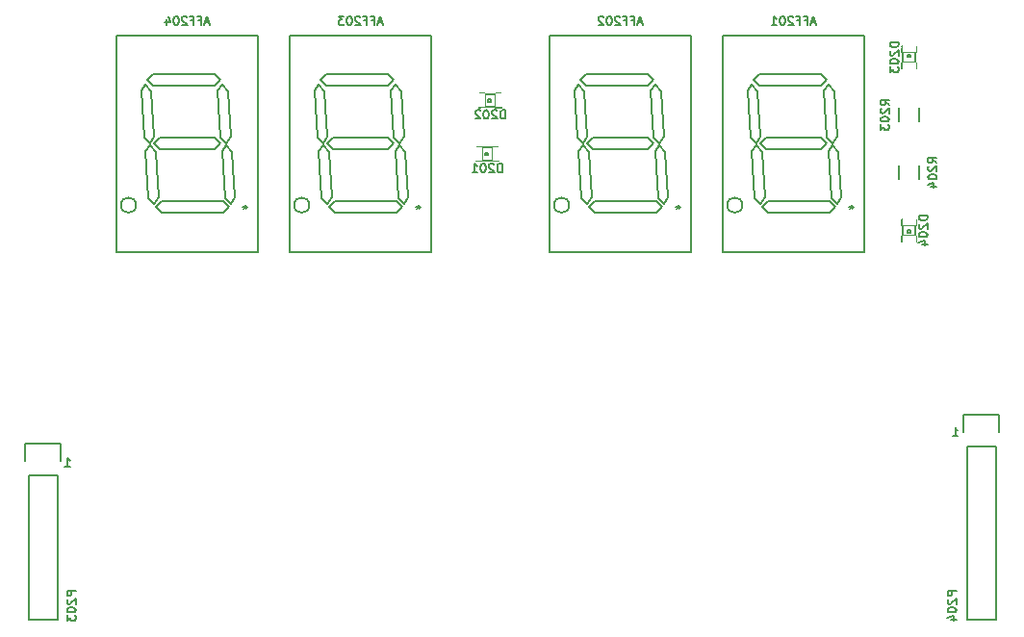
<source format=gbo>
G04 #@! TF.FileFunction,Legend,Bot*
%FSLAX46Y46*%
G04 Gerber Fmt 4.6, Leading zero omitted, Abs format (unit mm)*
G04 Created by KiCad (PCBNEW 0.201506222247+5806~23~ubuntu14.04.1-product) date Wed 01 Jul 2015 17:27:44 CEST*
%MOMM*%
G01*
G04 APERTURE LIST*
%ADD10C,0.100000*%
%ADD11C,0.127000*%
%ADD12C,0.150000*%
%ADD13R,1.500000X1.500000*%
%ADD14C,1.500000*%
%ADD15R,1.198880X1.198880*%
%ADD16R,2.032000X1.727200*%
%ADD17O,2.032000X1.727200*%
%ADD18R,1.300000X1.500000*%
%ADD19R,1.727200X1.727200*%
%ADD20O,1.727200X1.727200*%
%ADD21R,1.727200X2.032000*%
%ADD22O,1.727200X2.032000*%
%ADD23C,0.609600*%
G04 APERTURE END LIST*
D10*
D11*
X121321286Y-84291714D02*
X121756714Y-84291714D01*
X121539000Y-84291714D02*
X121539000Y-83529714D01*
X121611571Y-83638571D01*
X121684143Y-83711143D01*
X121756714Y-83747429D01*
X199426286Y-81624714D02*
X199861714Y-81624714D01*
X199644000Y-81624714D02*
X199644000Y-80862714D01*
X199716571Y-80971571D01*
X199789143Y-81044143D01*
X199861714Y-81080429D01*
D12*
X187833000Y-56388000D02*
X188341000Y-55880000D01*
X188341000Y-55880000D02*
X187833000Y-55372000D01*
X182499000Y-55880000D02*
X183007000Y-55372000D01*
X183007000Y-56388000D02*
X182499000Y-55880000D01*
X187833000Y-55372000D02*
X183007000Y-55372000D01*
X187833000Y-56388000D02*
X183007000Y-56388000D01*
X182118000Y-56007000D02*
X182626000Y-56642000D01*
X182118000Y-56007000D02*
X181737000Y-56515000D01*
X182880000Y-60579000D02*
X182626000Y-56642000D01*
X182880000Y-60579000D02*
X182499000Y-61214000D01*
X181737000Y-56515000D02*
X181991000Y-60706000D01*
X181991000Y-60706000D02*
X182499000Y-61214000D01*
X181737000Y-50673000D02*
X182245000Y-51308000D01*
X181737000Y-50673000D02*
X181356000Y-51181000D01*
X182499000Y-55245000D02*
X182245000Y-51308000D01*
X182499000Y-55245000D02*
X182118000Y-55880000D01*
X181356000Y-51181000D02*
X181610000Y-55372000D01*
X181610000Y-55372000D02*
X182118000Y-55880000D01*
X188849000Y-56007000D02*
X189357000Y-56642000D01*
X188849000Y-56007000D02*
X188468000Y-56515000D01*
X189611000Y-60579000D02*
X189357000Y-56642000D01*
X189611000Y-60579000D02*
X189230000Y-61214000D01*
X188468000Y-56515000D02*
X188722000Y-60706000D01*
X188722000Y-60706000D02*
X189230000Y-61214000D01*
X188468000Y-50673000D02*
X188976000Y-51308000D01*
X188468000Y-50673000D02*
X188087000Y-51181000D01*
X189230000Y-55245000D02*
X188976000Y-51308000D01*
X189230000Y-55245000D02*
X188849000Y-55880000D01*
X188087000Y-51181000D02*
X188341000Y-55372000D01*
X188341000Y-55372000D02*
X188849000Y-55880000D01*
X183134000Y-61976000D02*
X182626000Y-61468000D01*
X182626000Y-61468000D02*
X183134000Y-60960000D01*
X188595000Y-60960000D02*
X183134000Y-60960000D01*
X183134000Y-61976000D02*
X188595000Y-61976000D01*
X189103000Y-61468000D02*
X188595000Y-60960000D01*
X188595000Y-61976000D02*
X189103000Y-61468000D01*
X182372000Y-50800000D02*
X181864000Y-50292000D01*
X181864000Y-50292000D02*
X182372000Y-49784000D01*
X187833000Y-49784000D02*
X182372000Y-49784000D01*
X182372000Y-50800000D02*
X187833000Y-50800000D01*
X188341000Y-50292000D02*
X187833000Y-49784000D01*
X187833000Y-50800000D02*
X188341000Y-50292000D01*
X180917751Y-61277000D02*
G75*
G03X180917751Y-61277000I-671751J0D01*
G01*
X179170000Y-46380000D02*
X191670000Y-46380000D01*
X191670000Y-46380000D02*
X191670000Y-65380000D01*
X191670000Y-65380000D02*
X179170000Y-65380000D01*
X179170000Y-65380000D02*
X179170000Y-46380000D01*
X172593000Y-56388000D02*
X173101000Y-55880000D01*
X173101000Y-55880000D02*
X172593000Y-55372000D01*
X167259000Y-55880000D02*
X167767000Y-55372000D01*
X167767000Y-56388000D02*
X167259000Y-55880000D01*
X172593000Y-55372000D02*
X167767000Y-55372000D01*
X172593000Y-56388000D02*
X167767000Y-56388000D01*
X166878000Y-56007000D02*
X167386000Y-56642000D01*
X166878000Y-56007000D02*
X166497000Y-56515000D01*
X167640000Y-60579000D02*
X167386000Y-56642000D01*
X167640000Y-60579000D02*
X167259000Y-61214000D01*
X166497000Y-56515000D02*
X166751000Y-60706000D01*
X166751000Y-60706000D02*
X167259000Y-61214000D01*
X166497000Y-50673000D02*
X167005000Y-51308000D01*
X166497000Y-50673000D02*
X166116000Y-51181000D01*
X167259000Y-55245000D02*
X167005000Y-51308000D01*
X167259000Y-55245000D02*
X166878000Y-55880000D01*
X166116000Y-51181000D02*
X166370000Y-55372000D01*
X166370000Y-55372000D02*
X166878000Y-55880000D01*
X173609000Y-56007000D02*
X174117000Y-56642000D01*
X173609000Y-56007000D02*
X173228000Y-56515000D01*
X174371000Y-60579000D02*
X174117000Y-56642000D01*
X174371000Y-60579000D02*
X173990000Y-61214000D01*
X173228000Y-56515000D02*
X173482000Y-60706000D01*
X173482000Y-60706000D02*
X173990000Y-61214000D01*
X173228000Y-50673000D02*
X173736000Y-51308000D01*
X173228000Y-50673000D02*
X172847000Y-51181000D01*
X173990000Y-55245000D02*
X173736000Y-51308000D01*
X173990000Y-55245000D02*
X173609000Y-55880000D01*
X172847000Y-51181000D02*
X173101000Y-55372000D01*
X173101000Y-55372000D02*
X173609000Y-55880000D01*
X167894000Y-61976000D02*
X167386000Y-61468000D01*
X167386000Y-61468000D02*
X167894000Y-60960000D01*
X173355000Y-60960000D02*
X167894000Y-60960000D01*
X167894000Y-61976000D02*
X173355000Y-61976000D01*
X173863000Y-61468000D02*
X173355000Y-60960000D01*
X173355000Y-61976000D02*
X173863000Y-61468000D01*
X167132000Y-50800000D02*
X166624000Y-50292000D01*
X166624000Y-50292000D02*
X167132000Y-49784000D01*
X172593000Y-49784000D02*
X167132000Y-49784000D01*
X167132000Y-50800000D02*
X172593000Y-50800000D01*
X173101000Y-50292000D02*
X172593000Y-49784000D01*
X172593000Y-50800000D02*
X173101000Y-50292000D01*
X165677751Y-61277000D02*
G75*
G03X165677751Y-61277000I-671751J0D01*
G01*
X163930000Y-46380000D02*
X176430000Y-46380000D01*
X176430000Y-46380000D02*
X176430000Y-65380000D01*
X176430000Y-65380000D02*
X163930000Y-65380000D01*
X163930000Y-65380000D02*
X163930000Y-46380000D01*
X149733000Y-56388000D02*
X150241000Y-55880000D01*
X150241000Y-55880000D02*
X149733000Y-55372000D01*
X144399000Y-55880000D02*
X144907000Y-55372000D01*
X144907000Y-56388000D02*
X144399000Y-55880000D01*
X149733000Y-55372000D02*
X144907000Y-55372000D01*
X149733000Y-56388000D02*
X144907000Y-56388000D01*
X144018000Y-56007000D02*
X144526000Y-56642000D01*
X144018000Y-56007000D02*
X143637000Y-56515000D01*
X144780000Y-60579000D02*
X144526000Y-56642000D01*
X144780000Y-60579000D02*
X144399000Y-61214000D01*
X143637000Y-56515000D02*
X143891000Y-60706000D01*
X143891000Y-60706000D02*
X144399000Y-61214000D01*
X143637000Y-50673000D02*
X144145000Y-51308000D01*
X143637000Y-50673000D02*
X143256000Y-51181000D01*
X144399000Y-55245000D02*
X144145000Y-51308000D01*
X144399000Y-55245000D02*
X144018000Y-55880000D01*
X143256000Y-51181000D02*
X143510000Y-55372000D01*
X143510000Y-55372000D02*
X144018000Y-55880000D01*
X150749000Y-56007000D02*
X151257000Y-56642000D01*
X150749000Y-56007000D02*
X150368000Y-56515000D01*
X151511000Y-60579000D02*
X151257000Y-56642000D01*
X151511000Y-60579000D02*
X151130000Y-61214000D01*
X150368000Y-56515000D02*
X150622000Y-60706000D01*
X150622000Y-60706000D02*
X151130000Y-61214000D01*
X150368000Y-50673000D02*
X150876000Y-51308000D01*
X150368000Y-50673000D02*
X149987000Y-51181000D01*
X151130000Y-55245000D02*
X150876000Y-51308000D01*
X151130000Y-55245000D02*
X150749000Y-55880000D01*
X149987000Y-51181000D02*
X150241000Y-55372000D01*
X150241000Y-55372000D02*
X150749000Y-55880000D01*
X145034000Y-61976000D02*
X144526000Y-61468000D01*
X144526000Y-61468000D02*
X145034000Y-60960000D01*
X150495000Y-60960000D02*
X145034000Y-60960000D01*
X145034000Y-61976000D02*
X150495000Y-61976000D01*
X151003000Y-61468000D02*
X150495000Y-60960000D01*
X150495000Y-61976000D02*
X151003000Y-61468000D01*
X144272000Y-50800000D02*
X143764000Y-50292000D01*
X143764000Y-50292000D02*
X144272000Y-49784000D01*
X149733000Y-49784000D02*
X144272000Y-49784000D01*
X144272000Y-50800000D02*
X149733000Y-50800000D01*
X150241000Y-50292000D02*
X149733000Y-49784000D01*
X149733000Y-50800000D02*
X150241000Y-50292000D01*
X142817751Y-61277000D02*
G75*
G03X142817751Y-61277000I-671751J0D01*
G01*
X141070000Y-46380000D02*
X153570000Y-46380000D01*
X153570000Y-46380000D02*
X153570000Y-65380000D01*
X153570000Y-65380000D02*
X141070000Y-65380000D01*
X141070000Y-65380000D02*
X141070000Y-46380000D01*
X134493000Y-56388000D02*
X135001000Y-55880000D01*
X135001000Y-55880000D02*
X134493000Y-55372000D01*
X129159000Y-55880000D02*
X129667000Y-55372000D01*
X129667000Y-56388000D02*
X129159000Y-55880000D01*
X134493000Y-55372000D02*
X129667000Y-55372000D01*
X134493000Y-56388000D02*
X129667000Y-56388000D01*
X128778000Y-56007000D02*
X129286000Y-56642000D01*
X128778000Y-56007000D02*
X128397000Y-56515000D01*
X129540000Y-60579000D02*
X129286000Y-56642000D01*
X129540000Y-60579000D02*
X129159000Y-61214000D01*
X128397000Y-56515000D02*
X128651000Y-60706000D01*
X128651000Y-60706000D02*
X129159000Y-61214000D01*
X128397000Y-50673000D02*
X128905000Y-51308000D01*
X128397000Y-50673000D02*
X128016000Y-51181000D01*
X129159000Y-55245000D02*
X128905000Y-51308000D01*
X129159000Y-55245000D02*
X128778000Y-55880000D01*
X128016000Y-51181000D02*
X128270000Y-55372000D01*
X128270000Y-55372000D02*
X128778000Y-55880000D01*
X135509000Y-56007000D02*
X136017000Y-56642000D01*
X135509000Y-56007000D02*
X135128000Y-56515000D01*
X136271000Y-60579000D02*
X136017000Y-56642000D01*
X136271000Y-60579000D02*
X135890000Y-61214000D01*
X135128000Y-56515000D02*
X135382000Y-60706000D01*
X135382000Y-60706000D02*
X135890000Y-61214000D01*
X135128000Y-50673000D02*
X135636000Y-51308000D01*
X135128000Y-50673000D02*
X134747000Y-51181000D01*
X135890000Y-55245000D02*
X135636000Y-51308000D01*
X135890000Y-55245000D02*
X135509000Y-55880000D01*
X134747000Y-51181000D02*
X135001000Y-55372000D01*
X135001000Y-55372000D02*
X135509000Y-55880000D01*
X129794000Y-61976000D02*
X129286000Y-61468000D01*
X129286000Y-61468000D02*
X129794000Y-60960000D01*
X135255000Y-60960000D02*
X129794000Y-60960000D01*
X129794000Y-61976000D02*
X135255000Y-61976000D01*
X135763000Y-61468000D02*
X135255000Y-60960000D01*
X135255000Y-61976000D02*
X135763000Y-61468000D01*
X129032000Y-50800000D02*
X128524000Y-50292000D01*
X128524000Y-50292000D02*
X129032000Y-49784000D01*
X134493000Y-49784000D02*
X129032000Y-49784000D01*
X129032000Y-50800000D02*
X134493000Y-50800000D01*
X135001000Y-50292000D02*
X134493000Y-49784000D01*
X134493000Y-50800000D02*
X135001000Y-50292000D01*
X127577751Y-61277000D02*
G75*
G03X127577751Y-61277000I-671751J0D01*
G01*
X125830000Y-46380000D02*
X138330000Y-46380000D01*
X138330000Y-46380000D02*
X138330000Y-65380000D01*
X138330000Y-65380000D02*
X125830000Y-65380000D01*
X125830000Y-65380000D02*
X125830000Y-46380000D01*
X157998160Y-56469280D02*
X157998160Y-56144160D01*
X157998160Y-56144160D02*
X157497780Y-56144160D01*
X157497780Y-56469280D02*
X157497780Y-56144160D01*
X157998160Y-56469280D02*
X157497780Y-56469280D01*
X157998160Y-57091580D02*
X157998160Y-56941720D01*
X157998160Y-56941720D02*
X157746700Y-56941720D01*
X157746700Y-57091580D02*
X157746700Y-56941720D01*
X157998160Y-57091580D02*
X157746700Y-57091580D01*
X157998160Y-56596280D02*
X157998160Y-56446420D01*
X157998160Y-56446420D02*
X157746700Y-56446420D01*
X157746700Y-56596280D02*
X157746700Y-56446420D01*
X157998160Y-56596280D02*
X157746700Y-56596280D01*
X157998160Y-56967120D02*
X157998160Y-56570880D01*
X157998160Y-56570880D02*
X157822900Y-56570880D01*
X157822900Y-56967120D02*
X157822900Y-56570880D01*
X157998160Y-56967120D02*
X157822900Y-56967120D01*
X159494220Y-56469280D02*
X159494220Y-56144160D01*
X159494220Y-56144160D02*
X158993840Y-56144160D01*
X158993840Y-56469280D02*
X158993840Y-56144160D01*
X159494220Y-56469280D02*
X158993840Y-56469280D01*
X159494220Y-57393840D02*
X159494220Y-57068720D01*
X159494220Y-57068720D02*
X158993840Y-57068720D01*
X158993840Y-57393840D02*
X158993840Y-57068720D01*
X159494220Y-57393840D02*
X158993840Y-57393840D01*
X159245300Y-56596280D02*
X159245300Y-56446420D01*
X159245300Y-56446420D02*
X158993840Y-56446420D01*
X158993840Y-56596280D02*
X158993840Y-56446420D01*
X159245300Y-56596280D02*
X158993840Y-56596280D01*
X159245300Y-57091580D02*
X159245300Y-56941720D01*
X159245300Y-56941720D02*
X158993840Y-56941720D01*
X158993840Y-57091580D02*
X158993840Y-56941720D01*
X159245300Y-57091580D02*
X158993840Y-57091580D01*
X159169100Y-56967120D02*
X159169100Y-56570880D01*
X159169100Y-56570880D02*
X158993840Y-56570880D01*
X158993840Y-56967120D02*
X158993840Y-56570880D01*
X159169100Y-56967120D02*
X158993840Y-56967120D01*
X158496000Y-56868060D02*
X158496000Y-56669940D01*
X158496000Y-56669940D02*
X158297880Y-56669940D01*
X158297880Y-56868060D02*
X158297880Y-56669940D01*
X158496000Y-56868060D02*
X158297880Y-56868060D01*
X157998160Y-57368440D02*
X157998160Y-57068720D01*
X157998160Y-57068720D02*
X157698440Y-57068720D01*
X157698440Y-57368440D02*
X157698440Y-57068720D01*
X157998160Y-57368440D02*
X157698440Y-57368440D01*
X157571440Y-57393840D02*
X157571440Y-57167780D01*
X157571440Y-57167780D02*
X157497780Y-57167780D01*
X157497780Y-57393840D02*
X157497780Y-57167780D01*
X157571440Y-57393840D02*
X157497780Y-57393840D01*
X157972760Y-56194960D02*
X159019240Y-56194960D01*
X158993840Y-57343040D02*
X157571440Y-57343040D01*
X157719482Y-57218580D02*
G75*
G03X157719482Y-57218580I-71842J0D01*
G01*
X157497780Y-57116980D02*
G75*
G03X157497780Y-56421020I0J347980D01*
G01*
X159494220Y-56421020D02*
G75*
G03X159494220Y-57116980I0J-347980D01*
G01*
X158252160Y-51770280D02*
X158252160Y-51445160D01*
X158252160Y-51445160D02*
X157751780Y-51445160D01*
X157751780Y-51770280D02*
X157751780Y-51445160D01*
X158252160Y-51770280D02*
X157751780Y-51770280D01*
X158252160Y-52392580D02*
X158252160Y-52242720D01*
X158252160Y-52242720D02*
X158000700Y-52242720D01*
X158000700Y-52392580D02*
X158000700Y-52242720D01*
X158252160Y-52392580D02*
X158000700Y-52392580D01*
X158252160Y-51897280D02*
X158252160Y-51747420D01*
X158252160Y-51747420D02*
X158000700Y-51747420D01*
X158000700Y-51897280D02*
X158000700Y-51747420D01*
X158252160Y-51897280D02*
X158000700Y-51897280D01*
X158252160Y-52268120D02*
X158252160Y-51871880D01*
X158252160Y-51871880D02*
X158076900Y-51871880D01*
X158076900Y-52268120D02*
X158076900Y-51871880D01*
X158252160Y-52268120D02*
X158076900Y-52268120D01*
X159748220Y-51770280D02*
X159748220Y-51445160D01*
X159748220Y-51445160D02*
X159247840Y-51445160D01*
X159247840Y-51770280D02*
X159247840Y-51445160D01*
X159748220Y-51770280D02*
X159247840Y-51770280D01*
X159748220Y-52694840D02*
X159748220Y-52369720D01*
X159748220Y-52369720D02*
X159247840Y-52369720D01*
X159247840Y-52694840D02*
X159247840Y-52369720D01*
X159748220Y-52694840D02*
X159247840Y-52694840D01*
X159499300Y-51897280D02*
X159499300Y-51747420D01*
X159499300Y-51747420D02*
X159247840Y-51747420D01*
X159247840Y-51897280D02*
X159247840Y-51747420D01*
X159499300Y-51897280D02*
X159247840Y-51897280D01*
X159499300Y-52392580D02*
X159499300Y-52242720D01*
X159499300Y-52242720D02*
X159247840Y-52242720D01*
X159247840Y-52392580D02*
X159247840Y-52242720D01*
X159499300Y-52392580D02*
X159247840Y-52392580D01*
X159423100Y-52268120D02*
X159423100Y-51871880D01*
X159423100Y-51871880D02*
X159247840Y-51871880D01*
X159247840Y-52268120D02*
X159247840Y-51871880D01*
X159423100Y-52268120D02*
X159247840Y-52268120D01*
X158750000Y-52169060D02*
X158750000Y-51970940D01*
X158750000Y-51970940D02*
X158551880Y-51970940D01*
X158551880Y-52169060D02*
X158551880Y-51970940D01*
X158750000Y-52169060D02*
X158551880Y-52169060D01*
X158252160Y-52669440D02*
X158252160Y-52369720D01*
X158252160Y-52369720D02*
X157952440Y-52369720D01*
X157952440Y-52669440D02*
X157952440Y-52369720D01*
X158252160Y-52669440D02*
X157952440Y-52669440D01*
X157825440Y-52694840D02*
X157825440Y-52468780D01*
X157825440Y-52468780D02*
X157751780Y-52468780D01*
X157751780Y-52694840D02*
X157751780Y-52468780D01*
X157825440Y-52694840D02*
X157751780Y-52694840D01*
X158226760Y-51495960D02*
X159273240Y-51495960D01*
X159247840Y-52644040D02*
X157825440Y-52644040D01*
X157973482Y-52519580D02*
G75*
G03X157973482Y-52519580I-71842J0D01*
G01*
X157751780Y-52417980D02*
G75*
G03X157751780Y-51722020I0J347980D01*
G01*
X159748220Y-51722020D02*
G75*
G03X159748220Y-52417980I0J-347980D01*
G01*
X195879720Y-47762160D02*
X196204840Y-47762160D01*
X196204840Y-47762160D02*
X196204840Y-47261780D01*
X195879720Y-47261780D02*
X196204840Y-47261780D01*
X195879720Y-47762160D02*
X195879720Y-47261780D01*
X195257420Y-47762160D02*
X195407280Y-47762160D01*
X195407280Y-47762160D02*
X195407280Y-47510700D01*
X195257420Y-47510700D02*
X195407280Y-47510700D01*
X195257420Y-47762160D02*
X195257420Y-47510700D01*
X195752720Y-47762160D02*
X195902580Y-47762160D01*
X195902580Y-47762160D02*
X195902580Y-47510700D01*
X195752720Y-47510700D02*
X195902580Y-47510700D01*
X195752720Y-47762160D02*
X195752720Y-47510700D01*
X195381880Y-47762160D02*
X195778120Y-47762160D01*
X195778120Y-47762160D02*
X195778120Y-47586900D01*
X195381880Y-47586900D02*
X195778120Y-47586900D01*
X195381880Y-47762160D02*
X195381880Y-47586900D01*
X195879720Y-49258220D02*
X196204840Y-49258220D01*
X196204840Y-49258220D02*
X196204840Y-48757840D01*
X195879720Y-48757840D02*
X196204840Y-48757840D01*
X195879720Y-49258220D02*
X195879720Y-48757840D01*
X194955160Y-49258220D02*
X195280280Y-49258220D01*
X195280280Y-49258220D02*
X195280280Y-48757840D01*
X194955160Y-48757840D02*
X195280280Y-48757840D01*
X194955160Y-49258220D02*
X194955160Y-48757840D01*
X195752720Y-49009300D02*
X195902580Y-49009300D01*
X195902580Y-49009300D02*
X195902580Y-48757840D01*
X195752720Y-48757840D02*
X195902580Y-48757840D01*
X195752720Y-49009300D02*
X195752720Y-48757840D01*
X195257420Y-49009300D02*
X195407280Y-49009300D01*
X195407280Y-49009300D02*
X195407280Y-48757840D01*
X195257420Y-48757840D02*
X195407280Y-48757840D01*
X195257420Y-49009300D02*
X195257420Y-48757840D01*
X195381880Y-48933100D02*
X195778120Y-48933100D01*
X195778120Y-48933100D02*
X195778120Y-48757840D01*
X195381880Y-48757840D02*
X195778120Y-48757840D01*
X195381880Y-48933100D02*
X195381880Y-48757840D01*
X195480940Y-48260000D02*
X195679060Y-48260000D01*
X195679060Y-48260000D02*
X195679060Y-48061880D01*
X195480940Y-48061880D02*
X195679060Y-48061880D01*
X195480940Y-48260000D02*
X195480940Y-48061880D01*
X194980560Y-47762160D02*
X195280280Y-47762160D01*
X195280280Y-47762160D02*
X195280280Y-47462440D01*
X194980560Y-47462440D02*
X195280280Y-47462440D01*
X194980560Y-47762160D02*
X194980560Y-47462440D01*
X194955160Y-47335440D02*
X195181220Y-47335440D01*
X195181220Y-47335440D02*
X195181220Y-47261780D01*
X194955160Y-47261780D02*
X195181220Y-47261780D01*
X194955160Y-47335440D02*
X194955160Y-47261780D01*
X196154040Y-47736760D02*
X196154040Y-48783240D01*
X195005960Y-48757840D02*
X195005960Y-47335440D01*
X195202262Y-47411640D02*
G75*
G03X195202262Y-47411640I-71842J0D01*
G01*
X195232020Y-47261780D02*
G75*
G03X195927980Y-47261780I347980J0D01*
G01*
X195927980Y-49258220D02*
G75*
G03X195232020Y-49258220I-347980J0D01*
G01*
X195280280Y-63997840D02*
X194955160Y-63997840D01*
X194955160Y-63997840D02*
X194955160Y-64498220D01*
X195280280Y-64498220D02*
X194955160Y-64498220D01*
X195280280Y-63997840D02*
X195280280Y-64498220D01*
X195902580Y-63997840D02*
X195752720Y-63997840D01*
X195752720Y-63997840D02*
X195752720Y-64249300D01*
X195902580Y-64249300D02*
X195752720Y-64249300D01*
X195902580Y-63997840D02*
X195902580Y-64249300D01*
X195407280Y-63997840D02*
X195257420Y-63997840D01*
X195257420Y-63997840D02*
X195257420Y-64249300D01*
X195407280Y-64249300D02*
X195257420Y-64249300D01*
X195407280Y-63997840D02*
X195407280Y-64249300D01*
X195778120Y-63997840D02*
X195381880Y-63997840D01*
X195381880Y-63997840D02*
X195381880Y-64173100D01*
X195778120Y-64173100D02*
X195381880Y-64173100D01*
X195778120Y-63997840D02*
X195778120Y-64173100D01*
X195280280Y-62501780D02*
X194955160Y-62501780D01*
X194955160Y-62501780D02*
X194955160Y-63002160D01*
X195280280Y-63002160D02*
X194955160Y-63002160D01*
X195280280Y-62501780D02*
X195280280Y-63002160D01*
X196204840Y-62501780D02*
X195879720Y-62501780D01*
X195879720Y-62501780D02*
X195879720Y-63002160D01*
X196204840Y-63002160D02*
X195879720Y-63002160D01*
X196204840Y-62501780D02*
X196204840Y-63002160D01*
X195407280Y-62750700D02*
X195257420Y-62750700D01*
X195257420Y-62750700D02*
X195257420Y-63002160D01*
X195407280Y-63002160D02*
X195257420Y-63002160D01*
X195407280Y-62750700D02*
X195407280Y-63002160D01*
X195902580Y-62750700D02*
X195752720Y-62750700D01*
X195752720Y-62750700D02*
X195752720Y-63002160D01*
X195902580Y-63002160D02*
X195752720Y-63002160D01*
X195902580Y-62750700D02*
X195902580Y-63002160D01*
X195778120Y-62826900D02*
X195381880Y-62826900D01*
X195381880Y-62826900D02*
X195381880Y-63002160D01*
X195778120Y-63002160D02*
X195381880Y-63002160D01*
X195778120Y-62826900D02*
X195778120Y-63002160D01*
X195679060Y-63500000D02*
X195480940Y-63500000D01*
X195480940Y-63500000D02*
X195480940Y-63698120D01*
X195679060Y-63698120D02*
X195480940Y-63698120D01*
X195679060Y-63500000D02*
X195679060Y-63698120D01*
X196179440Y-63997840D02*
X195879720Y-63997840D01*
X195879720Y-63997840D02*
X195879720Y-64297560D01*
X196179440Y-64297560D02*
X195879720Y-64297560D01*
X196179440Y-63997840D02*
X196179440Y-64297560D01*
X196204840Y-64424560D02*
X195978780Y-64424560D01*
X195978780Y-64424560D02*
X195978780Y-64498220D01*
X196204840Y-64498220D02*
X195978780Y-64498220D01*
X196204840Y-64424560D02*
X196204840Y-64498220D01*
X195005960Y-64023240D02*
X195005960Y-62976760D01*
X196154040Y-63002160D02*
X196154040Y-64424560D01*
X196101422Y-64348360D02*
G75*
G03X196101422Y-64348360I-71842J0D01*
G01*
X195927980Y-64498220D02*
G75*
G03X195232020Y-64498220I-347980J0D01*
G01*
X195232020Y-62501780D02*
G75*
G03X195927980Y-62501780I347980J0D01*
G01*
X118110000Y-85090000D02*
X118110000Y-97790000D01*
X118110000Y-97790000D02*
X120650000Y-97790000D01*
X120650000Y-97790000D02*
X120650000Y-85090000D01*
X117830000Y-82270000D02*
X117830000Y-83820000D01*
X118110000Y-85090000D02*
X120650000Y-85090000D01*
X120930000Y-83820000D02*
X120930000Y-82270000D01*
X120930000Y-82270000D02*
X117830000Y-82270000D01*
X200660000Y-82550000D02*
X200660000Y-97790000D01*
X200660000Y-97790000D02*
X203200000Y-97790000D01*
X203200000Y-97790000D02*
X203200000Y-82550000D01*
X200380000Y-79730000D02*
X200380000Y-81280000D01*
X200660000Y-82550000D02*
X203200000Y-82550000D01*
X203480000Y-81280000D02*
X203480000Y-79730000D01*
X203480000Y-79730000D02*
X200380000Y-79730000D01*
X196455000Y-53940000D02*
X196455000Y-52740000D01*
X194705000Y-52740000D02*
X194705000Y-53940000D01*
X194705000Y-57820000D02*
X194705000Y-59020000D01*
X196455000Y-59020000D02*
X196455000Y-57820000D01*
D11*
X187343142Y-45212000D02*
X186980285Y-45212000D01*
X187415714Y-45429714D02*
X187161714Y-44667714D01*
X186907714Y-45429714D01*
X186399713Y-45030571D02*
X186653713Y-45030571D01*
X186653713Y-45429714D02*
X186653713Y-44667714D01*
X186290856Y-44667714D01*
X185746570Y-45030571D02*
X186000570Y-45030571D01*
X186000570Y-45429714D02*
X186000570Y-44667714D01*
X185637713Y-44667714D01*
X185383713Y-44740286D02*
X185347427Y-44704000D01*
X185274856Y-44667714D01*
X185093427Y-44667714D01*
X185020856Y-44704000D01*
X184984570Y-44740286D01*
X184948285Y-44812857D01*
X184948285Y-44885429D01*
X184984570Y-44994286D01*
X185419999Y-45429714D01*
X184948285Y-45429714D01*
X184476571Y-44667714D02*
X184403999Y-44667714D01*
X184331428Y-44704000D01*
X184295142Y-44740286D01*
X184258856Y-44812857D01*
X184222571Y-44958000D01*
X184222571Y-45139429D01*
X184258856Y-45284571D01*
X184295142Y-45357143D01*
X184331428Y-45393429D01*
X184403999Y-45429714D01*
X184476571Y-45429714D01*
X184549142Y-45393429D01*
X184585428Y-45357143D01*
X184621713Y-45284571D01*
X184657999Y-45139429D01*
X184657999Y-44958000D01*
X184621713Y-44812857D01*
X184585428Y-44740286D01*
X184549142Y-44704000D01*
X184476571Y-44667714D01*
X183496857Y-45429714D02*
X183932285Y-45429714D01*
X183714571Y-45429714D02*
X183714571Y-44667714D01*
X183787142Y-44776571D01*
X183859714Y-44849143D01*
X183932285Y-44885429D01*
X190499999Y-61304714D02*
X190499999Y-61486143D01*
X190681428Y-61413571D02*
X190499999Y-61486143D01*
X190318571Y-61413571D01*
X190608856Y-61631286D02*
X190499999Y-61486143D01*
X190391142Y-61631286D01*
X172103142Y-45212000D02*
X171740285Y-45212000D01*
X172175714Y-45429714D02*
X171921714Y-44667714D01*
X171667714Y-45429714D01*
X171159713Y-45030571D02*
X171413713Y-45030571D01*
X171413713Y-45429714D02*
X171413713Y-44667714D01*
X171050856Y-44667714D01*
X170506570Y-45030571D02*
X170760570Y-45030571D01*
X170760570Y-45429714D02*
X170760570Y-44667714D01*
X170397713Y-44667714D01*
X170143713Y-44740286D02*
X170107427Y-44704000D01*
X170034856Y-44667714D01*
X169853427Y-44667714D01*
X169780856Y-44704000D01*
X169744570Y-44740286D01*
X169708285Y-44812857D01*
X169708285Y-44885429D01*
X169744570Y-44994286D01*
X170179999Y-45429714D01*
X169708285Y-45429714D01*
X169236571Y-44667714D02*
X169163999Y-44667714D01*
X169091428Y-44704000D01*
X169055142Y-44740286D01*
X169018856Y-44812857D01*
X168982571Y-44958000D01*
X168982571Y-45139429D01*
X169018856Y-45284571D01*
X169055142Y-45357143D01*
X169091428Y-45393429D01*
X169163999Y-45429714D01*
X169236571Y-45429714D01*
X169309142Y-45393429D01*
X169345428Y-45357143D01*
X169381713Y-45284571D01*
X169417999Y-45139429D01*
X169417999Y-44958000D01*
X169381713Y-44812857D01*
X169345428Y-44740286D01*
X169309142Y-44704000D01*
X169236571Y-44667714D01*
X168692285Y-44740286D02*
X168655999Y-44704000D01*
X168583428Y-44667714D01*
X168401999Y-44667714D01*
X168329428Y-44704000D01*
X168293142Y-44740286D01*
X168256857Y-44812857D01*
X168256857Y-44885429D01*
X168293142Y-44994286D01*
X168728571Y-45429714D01*
X168256857Y-45429714D01*
X175259999Y-61304714D02*
X175259999Y-61486143D01*
X175441428Y-61413571D02*
X175259999Y-61486143D01*
X175078571Y-61413571D01*
X175368856Y-61631286D02*
X175259999Y-61486143D01*
X175151142Y-61631286D01*
X149243142Y-45212000D02*
X148880285Y-45212000D01*
X149315714Y-45429714D02*
X149061714Y-44667714D01*
X148807714Y-45429714D01*
X148299713Y-45030571D02*
X148553713Y-45030571D01*
X148553713Y-45429714D02*
X148553713Y-44667714D01*
X148190856Y-44667714D01*
X147646570Y-45030571D02*
X147900570Y-45030571D01*
X147900570Y-45429714D02*
X147900570Y-44667714D01*
X147537713Y-44667714D01*
X147283713Y-44740286D02*
X147247427Y-44704000D01*
X147174856Y-44667714D01*
X146993427Y-44667714D01*
X146920856Y-44704000D01*
X146884570Y-44740286D01*
X146848285Y-44812857D01*
X146848285Y-44885429D01*
X146884570Y-44994286D01*
X147319999Y-45429714D01*
X146848285Y-45429714D01*
X146376571Y-44667714D02*
X146303999Y-44667714D01*
X146231428Y-44704000D01*
X146195142Y-44740286D01*
X146158856Y-44812857D01*
X146122571Y-44958000D01*
X146122571Y-45139429D01*
X146158856Y-45284571D01*
X146195142Y-45357143D01*
X146231428Y-45393429D01*
X146303999Y-45429714D01*
X146376571Y-45429714D01*
X146449142Y-45393429D01*
X146485428Y-45357143D01*
X146521713Y-45284571D01*
X146557999Y-45139429D01*
X146557999Y-44958000D01*
X146521713Y-44812857D01*
X146485428Y-44740286D01*
X146449142Y-44704000D01*
X146376571Y-44667714D01*
X145868571Y-44667714D02*
X145396857Y-44667714D01*
X145650857Y-44958000D01*
X145541999Y-44958000D01*
X145469428Y-44994286D01*
X145433142Y-45030571D01*
X145396857Y-45103143D01*
X145396857Y-45284571D01*
X145433142Y-45357143D01*
X145469428Y-45393429D01*
X145541999Y-45429714D01*
X145759714Y-45429714D01*
X145832285Y-45393429D01*
X145868571Y-45357143D01*
X152399999Y-61304714D02*
X152399999Y-61486143D01*
X152581428Y-61413571D02*
X152399999Y-61486143D01*
X152218571Y-61413571D01*
X152508856Y-61631286D02*
X152399999Y-61486143D01*
X152291142Y-61631286D01*
X134003142Y-45212000D02*
X133640285Y-45212000D01*
X134075714Y-45429714D02*
X133821714Y-44667714D01*
X133567714Y-45429714D01*
X133059713Y-45030571D02*
X133313713Y-45030571D01*
X133313713Y-45429714D02*
X133313713Y-44667714D01*
X132950856Y-44667714D01*
X132406570Y-45030571D02*
X132660570Y-45030571D01*
X132660570Y-45429714D02*
X132660570Y-44667714D01*
X132297713Y-44667714D01*
X132043713Y-44740286D02*
X132007427Y-44704000D01*
X131934856Y-44667714D01*
X131753427Y-44667714D01*
X131680856Y-44704000D01*
X131644570Y-44740286D01*
X131608285Y-44812857D01*
X131608285Y-44885429D01*
X131644570Y-44994286D01*
X132079999Y-45429714D01*
X131608285Y-45429714D01*
X131136571Y-44667714D02*
X131063999Y-44667714D01*
X130991428Y-44704000D01*
X130955142Y-44740286D01*
X130918856Y-44812857D01*
X130882571Y-44958000D01*
X130882571Y-45139429D01*
X130918856Y-45284571D01*
X130955142Y-45357143D01*
X130991428Y-45393429D01*
X131063999Y-45429714D01*
X131136571Y-45429714D01*
X131209142Y-45393429D01*
X131245428Y-45357143D01*
X131281713Y-45284571D01*
X131317999Y-45139429D01*
X131317999Y-44958000D01*
X131281713Y-44812857D01*
X131245428Y-44740286D01*
X131209142Y-44704000D01*
X131136571Y-44667714D01*
X130229428Y-44921714D02*
X130229428Y-45429714D01*
X130410857Y-44631429D02*
X130592285Y-45175714D01*
X130120571Y-45175714D01*
X137159999Y-61304714D02*
X137159999Y-61486143D01*
X137341428Y-61413571D02*
X137159999Y-61486143D01*
X136978571Y-61413571D01*
X137268856Y-61631286D02*
X137159999Y-61486143D01*
X137051142Y-61631286D01*
X159784142Y-58383714D02*
X159784142Y-57621714D01*
X159602714Y-57621714D01*
X159493857Y-57658000D01*
X159421285Y-57730571D01*
X159385000Y-57803143D01*
X159348714Y-57948286D01*
X159348714Y-58057143D01*
X159385000Y-58202286D01*
X159421285Y-58274857D01*
X159493857Y-58347429D01*
X159602714Y-58383714D01*
X159784142Y-58383714D01*
X159058428Y-57694286D02*
X159022142Y-57658000D01*
X158949571Y-57621714D01*
X158768142Y-57621714D01*
X158695571Y-57658000D01*
X158659285Y-57694286D01*
X158623000Y-57766857D01*
X158623000Y-57839429D01*
X158659285Y-57948286D01*
X159094714Y-58383714D01*
X158623000Y-58383714D01*
X158151286Y-57621714D02*
X158078714Y-57621714D01*
X158006143Y-57658000D01*
X157969857Y-57694286D01*
X157933571Y-57766857D01*
X157897286Y-57912000D01*
X157897286Y-58093429D01*
X157933571Y-58238571D01*
X157969857Y-58311143D01*
X158006143Y-58347429D01*
X158078714Y-58383714D01*
X158151286Y-58383714D01*
X158223857Y-58347429D01*
X158260143Y-58311143D01*
X158296428Y-58238571D01*
X158332714Y-58093429D01*
X158332714Y-57912000D01*
X158296428Y-57766857D01*
X158260143Y-57694286D01*
X158223857Y-57658000D01*
X158151286Y-57621714D01*
X157171572Y-58383714D02*
X157607000Y-58383714D01*
X157389286Y-58383714D02*
X157389286Y-57621714D01*
X157461857Y-57730571D01*
X157534429Y-57803143D01*
X157607000Y-57839429D01*
X160038142Y-53684714D02*
X160038142Y-52922714D01*
X159856714Y-52922714D01*
X159747857Y-52959000D01*
X159675285Y-53031571D01*
X159639000Y-53104143D01*
X159602714Y-53249286D01*
X159602714Y-53358143D01*
X159639000Y-53503286D01*
X159675285Y-53575857D01*
X159747857Y-53648429D01*
X159856714Y-53684714D01*
X160038142Y-53684714D01*
X159312428Y-52995286D02*
X159276142Y-52959000D01*
X159203571Y-52922714D01*
X159022142Y-52922714D01*
X158949571Y-52959000D01*
X158913285Y-52995286D01*
X158877000Y-53067857D01*
X158877000Y-53140429D01*
X158913285Y-53249286D01*
X159348714Y-53684714D01*
X158877000Y-53684714D01*
X158405286Y-52922714D02*
X158332714Y-52922714D01*
X158260143Y-52959000D01*
X158223857Y-52995286D01*
X158187571Y-53067857D01*
X158151286Y-53213000D01*
X158151286Y-53394429D01*
X158187571Y-53539571D01*
X158223857Y-53612143D01*
X158260143Y-53648429D01*
X158332714Y-53684714D01*
X158405286Y-53684714D01*
X158477857Y-53648429D01*
X158514143Y-53612143D01*
X158550428Y-53539571D01*
X158586714Y-53394429D01*
X158586714Y-53213000D01*
X158550428Y-53067857D01*
X158514143Y-52995286D01*
X158477857Y-52959000D01*
X158405286Y-52922714D01*
X157861000Y-52995286D02*
X157824714Y-52959000D01*
X157752143Y-52922714D01*
X157570714Y-52922714D01*
X157498143Y-52959000D01*
X157461857Y-52995286D01*
X157425572Y-53067857D01*
X157425572Y-53140429D01*
X157461857Y-53249286D01*
X157897286Y-53684714D01*
X157425572Y-53684714D01*
X194654714Y-46971858D02*
X193892714Y-46971858D01*
X193892714Y-47153286D01*
X193929000Y-47262143D01*
X194001571Y-47334715D01*
X194074143Y-47371000D01*
X194219286Y-47407286D01*
X194328143Y-47407286D01*
X194473286Y-47371000D01*
X194545857Y-47334715D01*
X194618429Y-47262143D01*
X194654714Y-47153286D01*
X194654714Y-46971858D01*
X193965286Y-47697572D02*
X193929000Y-47733858D01*
X193892714Y-47806429D01*
X193892714Y-47987858D01*
X193929000Y-48060429D01*
X193965286Y-48096715D01*
X194037857Y-48133000D01*
X194110429Y-48133000D01*
X194219286Y-48096715D01*
X194654714Y-47661286D01*
X194654714Y-48133000D01*
X193892714Y-48604714D02*
X193892714Y-48677286D01*
X193929000Y-48749857D01*
X193965286Y-48786143D01*
X194037857Y-48822429D01*
X194183000Y-48858714D01*
X194364429Y-48858714D01*
X194509571Y-48822429D01*
X194582143Y-48786143D01*
X194618429Y-48749857D01*
X194654714Y-48677286D01*
X194654714Y-48604714D01*
X194618429Y-48532143D01*
X194582143Y-48495857D01*
X194509571Y-48459572D01*
X194364429Y-48423286D01*
X194183000Y-48423286D01*
X194037857Y-48459572D01*
X193965286Y-48495857D01*
X193929000Y-48532143D01*
X193892714Y-48604714D01*
X193892714Y-49112714D02*
X193892714Y-49584428D01*
X194183000Y-49330428D01*
X194183000Y-49439286D01*
X194219286Y-49511857D01*
X194255571Y-49548143D01*
X194328143Y-49584428D01*
X194509571Y-49584428D01*
X194582143Y-49548143D01*
X194618429Y-49511857D01*
X194654714Y-49439286D01*
X194654714Y-49221571D01*
X194618429Y-49149000D01*
X194582143Y-49112714D01*
X197194714Y-62211858D02*
X196432714Y-62211858D01*
X196432714Y-62393286D01*
X196469000Y-62502143D01*
X196541571Y-62574715D01*
X196614143Y-62611000D01*
X196759286Y-62647286D01*
X196868143Y-62647286D01*
X197013286Y-62611000D01*
X197085857Y-62574715D01*
X197158429Y-62502143D01*
X197194714Y-62393286D01*
X197194714Y-62211858D01*
X196505286Y-62937572D02*
X196469000Y-62973858D01*
X196432714Y-63046429D01*
X196432714Y-63227858D01*
X196469000Y-63300429D01*
X196505286Y-63336715D01*
X196577857Y-63373000D01*
X196650429Y-63373000D01*
X196759286Y-63336715D01*
X197194714Y-62901286D01*
X197194714Y-63373000D01*
X196432714Y-63844714D02*
X196432714Y-63917286D01*
X196469000Y-63989857D01*
X196505286Y-64026143D01*
X196577857Y-64062429D01*
X196723000Y-64098714D01*
X196904429Y-64098714D01*
X197049571Y-64062429D01*
X197122143Y-64026143D01*
X197158429Y-63989857D01*
X197194714Y-63917286D01*
X197194714Y-63844714D01*
X197158429Y-63772143D01*
X197122143Y-63735857D01*
X197049571Y-63699572D01*
X196904429Y-63663286D01*
X196723000Y-63663286D01*
X196577857Y-63699572D01*
X196505286Y-63735857D01*
X196469000Y-63772143D01*
X196432714Y-63844714D01*
X196686714Y-64751857D02*
X197194714Y-64751857D01*
X196396429Y-64570428D02*
X196940714Y-64389000D01*
X196940714Y-64860714D01*
X122264714Y-95231858D02*
X121502714Y-95231858D01*
X121502714Y-95522143D01*
X121539000Y-95594715D01*
X121575286Y-95631000D01*
X121647857Y-95667286D01*
X121756714Y-95667286D01*
X121829286Y-95631000D01*
X121865571Y-95594715D01*
X121901857Y-95522143D01*
X121901857Y-95231858D01*
X121575286Y-95957572D02*
X121539000Y-95993858D01*
X121502714Y-96066429D01*
X121502714Y-96247858D01*
X121539000Y-96320429D01*
X121575286Y-96356715D01*
X121647857Y-96393000D01*
X121720429Y-96393000D01*
X121829286Y-96356715D01*
X122264714Y-95921286D01*
X122264714Y-96393000D01*
X121502714Y-96864714D02*
X121502714Y-96937286D01*
X121539000Y-97009857D01*
X121575286Y-97046143D01*
X121647857Y-97082429D01*
X121793000Y-97118714D01*
X121974429Y-97118714D01*
X122119571Y-97082429D01*
X122192143Y-97046143D01*
X122228429Y-97009857D01*
X122264714Y-96937286D01*
X122264714Y-96864714D01*
X122228429Y-96792143D01*
X122192143Y-96755857D01*
X122119571Y-96719572D01*
X121974429Y-96683286D01*
X121793000Y-96683286D01*
X121647857Y-96719572D01*
X121575286Y-96755857D01*
X121539000Y-96792143D01*
X121502714Y-96864714D01*
X121502714Y-97372714D02*
X121502714Y-97844428D01*
X121793000Y-97590428D01*
X121793000Y-97699286D01*
X121829286Y-97771857D01*
X121865571Y-97808143D01*
X121938143Y-97844428D01*
X122119571Y-97844428D01*
X122192143Y-97808143D01*
X122228429Y-97771857D01*
X122264714Y-97699286D01*
X122264714Y-97481571D01*
X122228429Y-97409000D01*
X122192143Y-97372714D01*
X199734714Y-95231858D02*
X198972714Y-95231858D01*
X198972714Y-95522143D01*
X199009000Y-95594715D01*
X199045286Y-95631000D01*
X199117857Y-95667286D01*
X199226714Y-95667286D01*
X199299286Y-95631000D01*
X199335571Y-95594715D01*
X199371857Y-95522143D01*
X199371857Y-95231858D01*
X199045286Y-95957572D02*
X199009000Y-95993858D01*
X198972714Y-96066429D01*
X198972714Y-96247858D01*
X199009000Y-96320429D01*
X199045286Y-96356715D01*
X199117857Y-96393000D01*
X199190429Y-96393000D01*
X199299286Y-96356715D01*
X199734714Y-95921286D01*
X199734714Y-96393000D01*
X198972714Y-96864714D02*
X198972714Y-96937286D01*
X199009000Y-97009857D01*
X199045286Y-97046143D01*
X199117857Y-97082429D01*
X199263000Y-97118714D01*
X199444429Y-97118714D01*
X199589571Y-97082429D01*
X199662143Y-97046143D01*
X199698429Y-97009857D01*
X199734714Y-96937286D01*
X199734714Y-96864714D01*
X199698429Y-96792143D01*
X199662143Y-96755857D01*
X199589571Y-96719572D01*
X199444429Y-96683286D01*
X199263000Y-96683286D01*
X199117857Y-96719572D01*
X199045286Y-96755857D01*
X199009000Y-96792143D01*
X198972714Y-96864714D01*
X199226714Y-97771857D02*
X199734714Y-97771857D01*
X198936429Y-97590428D02*
X199480714Y-97409000D01*
X199480714Y-97880714D01*
X193824714Y-52487286D02*
X193461857Y-52233286D01*
X193824714Y-52051858D02*
X193062714Y-52051858D01*
X193062714Y-52342143D01*
X193099000Y-52414715D01*
X193135286Y-52451000D01*
X193207857Y-52487286D01*
X193316714Y-52487286D01*
X193389286Y-52451000D01*
X193425571Y-52414715D01*
X193461857Y-52342143D01*
X193461857Y-52051858D01*
X193135286Y-52777572D02*
X193099000Y-52813858D01*
X193062714Y-52886429D01*
X193062714Y-53067858D01*
X193099000Y-53140429D01*
X193135286Y-53176715D01*
X193207857Y-53213000D01*
X193280429Y-53213000D01*
X193389286Y-53176715D01*
X193824714Y-52741286D01*
X193824714Y-53213000D01*
X193062714Y-53684714D02*
X193062714Y-53757286D01*
X193099000Y-53829857D01*
X193135286Y-53866143D01*
X193207857Y-53902429D01*
X193353000Y-53938714D01*
X193534429Y-53938714D01*
X193679571Y-53902429D01*
X193752143Y-53866143D01*
X193788429Y-53829857D01*
X193824714Y-53757286D01*
X193824714Y-53684714D01*
X193788429Y-53612143D01*
X193752143Y-53575857D01*
X193679571Y-53539572D01*
X193534429Y-53503286D01*
X193353000Y-53503286D01*
X193207857Y-53539572D01*
X193135286Y-53575857D01*
X193099000Y-53612143D01*
X193062714Y-53684714D01*
X193062714Y-54192714D02*
X193062714Y-54664428D01*
X193353000Y-54410428D01*
X193353000Y-54519286D01*
X193389286Y-54591857D01*
X193425571Y-54628143D01*
X193498143Y-54664428D01*
X193679571Y-54664428D01*
X193752143Y-54628143D01*
X193788429Y-54591857D01*
X193824714Y-54519286D01*
X193824714Y-54301571D01*
X193788429Y-54229000D01*
X193752143Y-54192714D01*
X198024714Y-57567286D02*
X197661857Y-57313286D01*
X198024714Y-57131858D02*
X197262714Y-57131858D01*
X197262714Y-57422143D01*
X197299000Y-57494715D01*
X197335286Y-57531000D01*
X197407857Y-57567286D01*
X197516714Y-57567286D01*
X197589286Y-57531000D01*
X197625571Y-57494715D01*
X197661857Y-57422143D01*
X197661857Y-57131858D01*
X197335286Y-57857572D02*
X197299000Y-57893858D01*
X197262714Y-57966429D01*
X197262714Y-58147858D01*
X197299000Y-58220429D01*
X197335286Y-58256715D01*
X197407857Y-58293000D01*
X197480429Y-58293000D01*
X197589286Y-58256715D01*
X198024714Y-57821286D01*
X198024714Y-58293000D01*
X197262714Y-58764714D02*
X197262714Y-58837286D01*
X197299000Y-58909857D01*
X197335286Y-58946143D01*
X197407857Y-58982429D01*
X197553000Y-59018714D01*
X197734429Y-59018714D01*
X197879571Y-58982429D01*
X197952143Y-58946143D01*
X197988429Y-58909857D01*
X198024714Y-58837286D01*
X198024714Y-58764714D01*
X197988429Y-58692143D01*
X197952143Y-58655857D01*
X197879571Y-58619572D01*
X197734429Y-58583286D01*
X197553000Y-58583286D01*
X197407857Y-58619572D01*
X197335286Y-58655857D01*
X197299000Y-58692143D01*
X197262714Y-58764714D01*
X197516714Y-59671857D02*
X198024714Y-59671857D01*
X197226429Y-59490428D02*
X197770714Y-59309000D01*
X197770714Y-59780714D01*
%LPC*%
D13*
X190500000Y-63500000D03*
D14*
X187960000Y-63500000D03*
X185420000Y-63500000D03*
X182880000Y-63500000D03*
X180340000Y-63500000D03*
X180340000Y-48260000D03*
X182880000Y-48260000D03*
X185420000Y-48260000D03*
X187960000Y-48260000D03*
X190500000Y-48260000D03*
D13*
X175260000Y-63500000D03*
D14*
X172720000Y-63500000D03*
X170180000Y-63500000D03*
X167640000Y-63500000D03*
X165100000Y-63500000D03*
X165100000Y-48260000D03*
X167640000Y-48260000D03*
X170180000Y-48260000D03*
X172720000Y-48260000D03*
X175260000Y-48260000D03*
D13*
X152400000Y-63500000D03*
D14*
X149860000Y-63500000D03*
X147320000Y-63500000D03*
X144780000Y-63500000D03*
X142240000Y-63500000D03*
X142240000Y-48260000D03*
X144780000Y-48260000D03*
X147320000Y-48260000D03*
X149860000Y-48260000D03*
X152400000Y-48260000D03*
D13*
X137160000Y-63500000D03*
D14*
X134620000Y-63500000D03*
X132080000Y-63500000D03*
X129540000Y-63500000D03*
X127000000Y-63500000D03*
X127000000Y-48260000D03*
X129540000Y-48260000D03*
X132080000Y-48260000D03*
X134620000Y-48260000D03*
X137160000Y-48260000D03*
D15*
X159545020Y-56769000D03*
X157446980Y-56769000D03*
X159799020Y-52070000D03*
X157700980Y-52070000D03*
X195580000Y-49309020D03*
X195580000Y-47210980D03*
X195580000Y-62450980D03*
X195580000Y-64549020D03*
D16*
X119380000Y-83820000D03*
D17*
X119380000Y-86360000D03*
X119380000Y-88900000D03*
X119380000Y-91440000D03*
X119380000Y-93980000D03*
X119380000Y-96520000D03*
D16*
X201930000Y-81280000D03*
D17*
X201930000Y-83820000D03*
X201930000Y-86360000D03*
X201930000Y-88900000D03*
X201930000Y-91440000D03*
X201930000Y-93980000D03*
X201930000Y-96520000D03*
D18*
X195580000Y-51990000D03*
X195580000Y-54690000D03*
X195580000Y-59770000D03*
X195580000Y-57070000D03*
D19*
X150368000Y-92075000D03*
D20*
X152908000Y-92075000D03*
X150368000Y-94615000D03*
X152908000Y-94615000D03*
X150368000Y-97155000D03*
X152908000Y-97155000D03*
D21*
X170180000Y-96520000D03*
D22*
X172720000Y-96520000D03*
X175260000Y-96520000D03*
X177800000Y-96520000D03*
X180340000Y-96520000D03*
D16*
X119380000Y-60960000D03*
D17*
X119380000Y-63500000D03*
X119380000Y-66040000D03*
X119380000Y-68580000D03*
X119380000Y-71120000D03*
X119380000Y-73660000D03*
D16*
X201930000Y-58420000D03*
D17*
X201930000Y-60960000D03*
X201930000Y-63500000D03*
X201930000Y-66040000D03*
X201930000Y-68580000D03*
X201930000Y-71120000D03*
X201930000Y-73660000D03*
D23*
X143002000Y-78359000D03*
X144018000Y-78613000D03*
X145034000Y-78359000D03*
X144018000Y-76581000D03*
X143002000Y-76835000D03*
X145034000Y-76835000D03*
X177292000Y-78359000D03*
X178308000Y-78613000D03*
X179324000Y-78359000D03*
X178308000Y-76581000D03*
X177292000Y-76835000D03*
X179324000Y-76835000D03*
M02*

</source>
